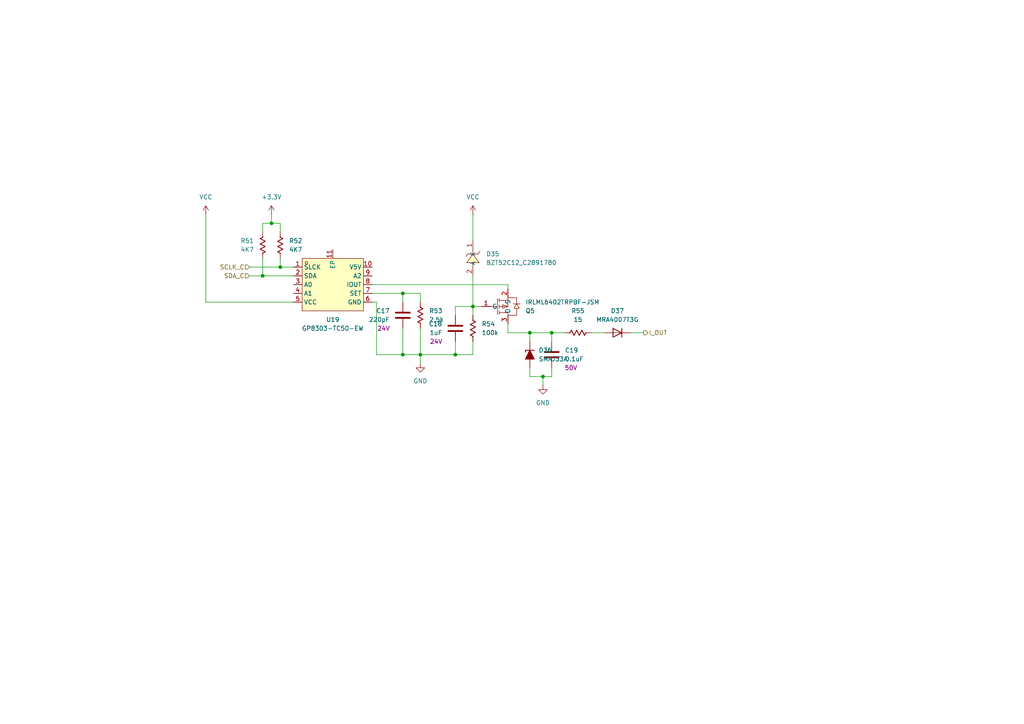
<source format=kicad_sch>
(kicad_sch (version 20250114) (generator "eeschema") (generator_version "9.0")
  (paper "A4")
  (lib_symbols
    (symbol "EasyEDA:+3.3V" (power) (pin_numbers (hide yes)) (pin_names (offset 0) (hide yes))
      (property "Value" "+3.3V" (at 0 3.556 0))
      (symbol "+3.3V_0_1"
        (polyline (pts (xy -0.762 1.27) (xy 0 2.54)))
        (polyline (pts (xy 0 2.54) (xy 0.762 1.27)))
        (polyline (pts (xy 0 0) (xy 0 2.54)))
      )
      (symbol "+3.3V_1_1"
        (pin power_in line (at 0 0 90) (length 0) (name "~") (number "1"))
      )
    )
    (symbol "EasyEDA:BZT52C12_C2891780"
      (property "Reference" "D" (at 0 5.08 0))
      (property "Value" "BZT52C12_C2891780" (at 0 -5.08 0))
      (symbol "BZT52C12_C2891780_0_1"
        (polyline (pts (xy -2.03 2.03) (xy -1.27 1.52) (xy -1.27 -1.52) (xy -0.51 -2.03)))
        (polyline (pts (xy -1.27 0) (xy -2.54 0)))
        (polyline (pts (xy 1.27 1.78) (xy -1.27 0) (xy 1.27 -1.78) (xy 1.27 1.78)) (fill (type background)))
        (polyline (pts (xy 2.54 0) (xy 1.27 0)))
        (pin unspecified line (at -5.08 0 0) (length 2.54) (name "K") (number "1"))
        (pin unspecified line (at 5.08 0 180) (length 2.54) (name "A") (number "2"))
      )
    )
    (symbol "EasyEDA:C_0603" (pin_numbers (hide yes)) (pin_names (offset 0.254))
      (property "Reference" "C" (at 0.635 2.54 0))
      (property "Value" "C_0603" (at 0.635 -2.54 0))
      (symbol "C_0603_0_1"
        (polyline (pts (xy -2.032 0.762) (xy 2.032 0.762)) (stroke (width 0.508)))
        (polyline (pts (xy -2.032 -0.762) (xy 2.032 -0.762)) (stroke (width 0.508)))
      )
      (symbol "C_0603_0_2"
        (polyline (pts (xy -2.54 -2.54) (xy -0.381 -0.381)))
        (polyline (pts (xy -0.508 -0.508) (xy -1.651 0.635)) (stroke (width 0.508)))
        (polyline (pts (xy -0.508 -0.508) (xy 0.635 -1.651)) (stroke (width 0.508)))
        (polyline (pts (xy 0.381 0.381) (xy 2.54 2.54)))
        (polyline (pts (xy 0.508 0.508) (xy -0.635 1.651)) (stroke (width 0.508)))
        (polyline (pts (xy 0.508 0.508) (xy 1.651 -0.635)) (stroke (width 0.508)))
      )
      (symbol "C_0603_1_1"
        (pin passive line (at 0 3.81 270) (length 2.794) (name "~") (number "1"))
        (pin passive line (at 0 -3.81 90) (length 2.794) (name "~") (number "2"))
      )
      (symbol "C_0603_1_2"
        (pin passive line (at -2.54 -2.54 90) (length 0) (name "~") (number "2"))
        (pin passive line (at 2.54 2.54 270) (length 0) (name "~") (number "1"))
      )
    )
    (symbol "EasyEDA:GND" (power) (pin_numbers (hide yes)) (pin_names (offset 0) (hide yes))
      (property "Value" "GND" (at 0 -3.81 0))
      (symbol "GND_0_1"
        (polyline (pts (xy 0 0) (xy 0 -1.27) (xy 1.27 -1.27) (xy 0 -2.54) (xy -1.27 -1.27) (xy 0 -1.27)))
      )
      (symbol "GND_1_1"
        (pin power_in line (at 0 0 270) (length 0) (name "~") (number "1"))
      )
    )
    (symbol "EasyEDA:GP8303-TC50-EW"
      (property "Reference" "U" (at 0 15.24 0))
      (property "Value" "GP8303-TC50-EW" (at 0 -10.16 0))
      (symbol "GP8303-TC50-EW_0_1"
        (rectangle (start -8.89 7.62) (end 8.89 -7.62) (fill (type background)))
        (circle (center -7.62 6.35) (radius 0.38))
        (pin unspecified line (at -11.43 5.08 0) (length 2.54) (name "SLCK") (number "1"))
        (pin unspecified line (at -11.43 2.54 0) (length 2.54) (name "SDA") (number "2"))
        (pin unspecified line (at -11.43 0 0) (length 2.54) (name "A0") (number "3"))
        (pin unspecified line (at -11.43 -2.54 0) (length 2.54) (name "A1") (number "4"))
        (pin unspecified line (at -11.43 -5.08 0) (length 2.54) (name "VCC") (number "5"))
        (pin unspecified line (at 0 10.16 270) (length 2.54) (name "EP") (number "11"))
        (pin unspecified line (at 11.43 5.08 180) (length 2.54) (name "V5V") (number "10"))
        (pin unspecified line (at 11.43 2.54 180) (length 2.54) (name "A2") (number "9"))
        (pin unspecified line (at 11.43 0 180) (length 2.54) (name "IOUT") (number "8"))
        (pin unspecified line (at 11.43 -2.54 180) (length 2.54) (name "SET") (number "7"))
        (pin unspecified line (at 11.43 -5.08 180) (length 2.54) (name "GND") (number "6"))
      )
    )
    (symbol "EasyEDA:IRLML6402TRPBF-JSM"
      (property "Reference" "Q" (at 0 10.16 0))
      (property "Value" "IRLML6402TRPBF-JSM" (at 0 -10.16 0))
      (symbol "IRLML6402TRPBF-JSM_0_1"
        (polyline (pts (xy -2.54 0) (xy -0.51 0)))
        (polyline (pts (xy -0.51 2.29) (xy -0.51 -2.29)))
        (polyline (pts (xy 0 2.29) (xy 0 1.27)))
        (polyline (pts (xy 0 1.78) (xy 2.54 1.78) (xy 2.54 2.54) (xy 5.08 2.54) (xy 5.08 0.51)))
        (polyline (pts (xy 0 0) (xy 2.54 0) (xy 2.54 -2.54) (xy 5.08 -2.54) (xy 5.08 -0.76)))
        (polyline (pts (xy 0 -0.51) (xy 0 0.51)))
        (polyline (pts (xy 0 -2.29) (xy 0 -1.27)))
        (polyline (pts (xy 2.54 0) (xy 1.02 -0.51) (xy 1.02 0.51) (xy 2.54 0)) (fill (type background)))
        (polyline (pts (xy 2.54 -1.78) (xy 0 -1.78)))
        (polyline (pts (xy 5.08 -0.76) (xy 4.32 0.51) (xy 5.84 0.51) (xy 5.08 -0.76)) (fill (type background)))
        (polyline (pts (xy 6.1 -0.76) (xy 5.59 -0.76) (xy 4.57 -0.76) (xy 4.06 -0.76)))
        (pin unspecified line (at -5.08 0 0) (length 2.54) (name "G") (number "1"))
        (pin unspecified line (at 2.54 5.08 270) (length 2.54) (name "D") (number "3"))
        (pin unspecified line (at 2.54 -5.08 90) (length 2.54) (name "S") (number "2"))
      )
    )
    (symbol "EasyEDA:MRA4007T3G" (pin_numbers (hide yes)) (pin_names (hide yes))
      (property "Reference" "D" (at 0 2.54 0))
      (property "Value" "MRA4007T3G" (at 0 -2.54 0))
      (symbol "MRA4007T3G_0_1"
        (polyline (pts (xy -1.27 1.27) (xy -1.27 -1.27)) (stroke (width 0.254)))
        (polyline (pts (xy 1.27 1.27) (xy 1.27 -1.27) (xy -1.27 0) (xy 1.27 1.27)) (stroke (width 0.254)))
        (polyline (pts (xy 1.27 0) (xy -1.27 0)))
      )
      (symbol "MRA4007T3G_1_1"
        (pin passive line (at -3.81 0 0) (length 2.54) (name "K") (number "1"))
        (pin passive line (at 3.81 0 180) (length 2.54) (name "A") (number "2"))
      )
    )
    (symbol "EasyEDA:R_0603" (pin_numbers (hide yes)) (pin_names (offset 0))
      (property "Reference" "R" (at 2.54 1.27 0))
      (property "Value" "R_0603" (at 2.54 -1.27 0))
      (symbol "R_0603_0_1"
        (polyline (pts (xy 0 2.286) (xy 0 2.54)) (stroke (width 0.254)))
        (polyline (pts (xy 0 2.286) (xy 0.762 1.905) (xy -0.762 1.143) (xy 0 0.762) (xy 0.762 0.381) (xy 0 0) (xy -0.762 -0.381) (xy 0 -0.762) (xy 0.762 -1.143) (xy 0 -1.524) (xy -0.762 -1.905) (xy 0 -2.286)) (stroke (width 0.254)))
        (polyline (pts (xy 0 -2.286) (xy 0 -2.54)) (stroke (width 0.254)))
      )
      (symbol "R_0603_0_2"
        (polyline (pts (xy -2.54 -2.54) (xy -1.778 -1.778)))
        (polyline (pts (xy -1.778 -1.778) (xy -1.524 -1.524)) (stroke (width 0.254)))
        (polyline (pts (xy -1.524 -1.524) (xy -1.778 -0.762) (xy -1.016 -1.016)) (stroke (width 0.254)))
        (polyline (pts (xy -0.508 -0.508) (xy -0.762 0.254) (xy 0 0)) (stroke (width 0.254)))
        (polyline (pts (xy -0.508 -0.508) (xy -0.254 -1.27) (xy -1.016 -1.016)) (stroke (width 0.254)))
        (polyline (pts (xy 0.508 0.508) (xy 0.254 1.27) (xy 1.016 1.016)) (stroke (width 0.254)))
        (polyline (pts (xy 0.508 0.508) (xy 0.762 -0.254) (xy 0 0)) (stroke (width 0.254)))
        (polyline (pts (xy 1.524 1.524) (xy 1.778 0.762) (xy 1.016 1.016)) (stroke (width 0.254)))
        (polyline (pts (xy 1.778 1.778) (xy 1.524 1.524)) (stroke (width 0.254)))
        (polyline (pts (xy 1.778 1.778) (xy 2.54 2.54)))
      )
      (symbol "R_0603_1_1"
        (pin passive line (at 0 3.81 270) (length 1.27) (name "~") (number "1"))
        (pin passive line (at 0 -3.81 90) (length 1.27) (name "~") (number "2"))
      )
      (symbol "R_0603_1_2"
        (pin passive line (at -2.54 -2.54 0) (length 0) (name "") (number "2"))
        (pin passive line (at 2.54 2.54 180) (length 0) (name "") (number "1"))
      )
    )
    (symbol "EasyEDA:R_0805" (pin_numbers (hide yes)) (pin_names (offset 0))
      (property "Reference" "R" (at 2.54 1.27 0))
      (property "Value" "R_0805" (at 2.54 -1.27 0))
      (symbol "R_0805_0_1"
        (polyline (pts (xy 0 2.286) (xy 0 2.54)) (stroke (width 0.254)))
        (polyline (pts (xy 0 2.286) (xy 0.762 1.905) (xy -0.762 1.143) (xy 0 0.762) (xy 0.762 0.381) (xy 0 0) (xy -0.762 -0.381) (xy 0 -0.762) (xy 0.762 -1.143) (xy 0 -1.524) (xy -0.762 -1.905) (xy 0 -2.286)) (stroke (width 0.254)))
        (polyline (pts (xy 0 -2.286) (xy 0 -2.54)) (stroke (width 0.254)))
      )
      (symbol "R_0805_0_2"
        (polyline (pts (xy -2.54 -2.54) (xy -1.778 -1.778)))
        (polyline (pts (xy -1.778 -1.778) (xy -1.524 -1.524)) (stroke (width 0.254)))
        (polyline (pts (xy -1.524 -1.524) (xy -1.778 -0.762) (xy -1.016 -1.016)) (stroke (width 0.254)))
        (polyline (pts (xy -0.508 -0.508) (xy -0.762 0.254) (xy 0 0)) (stroke (width 0.254)))
        (polyline (pts (xy -0.508 -0.508) (xy -0.254 -1.27) (xy -1.016 -1.016)) (stroke (width 0.254)))
        (polyline (pts (xy 0.508 0.508) (xy 0.254 1.27) (xy 1.016 1.016)) (stroke (width 0.254)))
        (polyline (pts (xy 0.508 0.508) (xy 0.762 -0.254) (xy 0 0)) (stroke (width 0.254)))
        (polyline (pts (xy 1.524 1.524) (xy 1.778 0.762) (xy 1.016 1.016)) (stroke (width 0.254)))
        (polyline (pts (xy 1.778 1.778) (xy 1.524 1.524)) (stroke (width 0.254)))
        (polyline (pts (xy 1.778 1.778) (xy 2.54 2.54)))
      )
      (symbol "R_0805_1_1"
        (pin passive line (at 0 3.81 270) (length 1.27) (name "~") (number "1"))
        (pin passive line (at 0 -3.81 90) (length 1.27) (name "~") (number "2"))
      )
      (symbol "R_0805_1_2"
        (pin passive line (at -2.54 -2.54 0) (length 0) (name "") (number "2"))
        (pin passive line (at 2.54 2.54 180) (length 0) (name "") (number "1"))
      )
    )
    (symbol "EasyEDA:SMAJ33A" (pin_numbers (hide yes)) (pin_names (offset 1.016) (hide yes))
      (property "Reference" "D" (at 0 5.08 0))
      (property "Value" "SMAJ33A" (at 0 2.54 0))
      (symbol "SMAJ33A_0_1"
        (polyline (pts (xy -1.27 1.27) (xy -1.27 -1.27) (xy 1.27 0) (xy -1.27 1.27)) (stroke (width 0.254)) (fill (type outline)))
        (polyline (pts (xy -1.27 0) (xy 1.27 0)))
        (polyline (pts (xy 1.27 1.27) (xy 0.762 1.27)) (stroke (width 0.254)))
        (polyline (pts (xy 1.27 -1.27) (xy 1.27 1.27)) (stroke (width 0.254)))
      )
      (symbol "SMAJ33A_0_2"
        (polyline (pts (xy -2.54 -2.54) (xy 2.54 2.54)))
        (polyline (pts (xy -0.889 -0.889) (xy -1.778 0) (xy 0.889 0.889) (xy 0 -1.778) (xy -0.889 -0.889)) (stroke (width 0.254)) (fill (type outline)))
        (polyline (pts (xy 0 1.778) (xy -0.381 1.397)) (stroke (width 0.254)))
        (polyline (pts (xy 0 1.778) (xy 1.778 0)) (stroke (width 0.254)))
      )
      (symbol "SMAJ33A_1_1"
        (pin passive line (at -3.81 0 0) (length 2.54) (name "A") (number "2"))
        (pin passive line (at 3.81 0 180) (length 2.54) (name "K") (number "1"))
      )
      (symbol "SMAJ33A_1_2"
        (pin passive line (at -2.54 -2.54 0) (length 0) (name "A") (number "2"))
        (pin passive line (at 2.54 2.54 180) (length 0) (name "K") (number "1"))
      )
    )
    (symbol "EasyEDA:VCC" (power) (pin_numbers (hide yes)) (pin_names (offset 0) (hide yes))
      (property "Value" "VCC" (at 0 3.556 0))
      (symbol "VCC_0_1"
        (polyline (pts (xy -0.762 1.27) (xy 0 2.54)))
        (polyline (pts (xy 0 2.54) (xy 0.762 1.27)))
        (polyline (pts (xy 0 0) (xy 0 2.54)))
      )
      (symbol "VCC_1_1"
        (pin power_in line (at 0 0 90) (length 0) (name "~") (number "1"))
      )
    )
  )
  (junction (at 121.92 102.87))
  (junction (at 157.48 109.22))
  (junction (at 132.08 102.87))
  (junction (at 137.16 88.9))
  (junction (at 116.84 102.87))
  (junction (at 81.28 77.47))
  (junction (at 76.2 80.01))
  (junction (at 78.74 64.77))
  (junction (at 116.84 85.09))
  (junction (at 153.67 96.52))
  (junction (at 160.02 96.52))
  (wire (pts (xy 153.67 109.22) (xy 157.48 109.22)))
  (wire (pts (xy 109.22 102.87) (xy 116.84 102.87)))
  (wire (pts (xy 76.2 64.77) (xy 76.2 67.31)))
  (wire (pts (xy 81.28 74.93) (xy 81.28 77.47)))
  (wire (pts (xy 121.92 105.41) (xy 121.92 102.87)))
  (wire (pts (xy 153.67 96.52) (xy 153.67 99.06)))
  (wire (pts (xy 76.2 74.93) (xy 76.2 80.01)))
  (wire (pts (xy 157.48 109.22) (xy 160.02 109.22)))
  (wire (pts (xy 160.02 96.52) (xy 163.83 96.52)))
  (wire (pts (xy 132.08 88.9) (xy 137.16 88.9)))
  (wire (pts (xy 59.69 62.23) (xy 59.69 87.63)))
  (wire (pts (xy 72.39 77.47) (xy 81.28 77.47)))
  (wire (pts (xy 121.92 102.87) (xy 132.08 102.87)))
  (wire (pts (xy 107.95 82.55) (xy 147.32 82.55)))
  (wire (pts (xy 132.08 99.06) (xy 132.08 102.87)))
  (wire (pts (xy 59.69 87.63) (xy 85.09 87.63)))
  (wire (pts (xy 153.67 106.68) (xy 153.67 109.22)))
  (wire (pts (xy 137.16 88.9) (xy 137.16 91.44)))
  (wire (pts (xy 81.28 64.77) (xy 81.28 67.31)))
  (wire (pts (xy 121.92 87.63) (xy 121.92 85.09)))
  (wire (pts (xy 78.74 64.77) (xy 81.28 64.77)))
  (wire (pts (xy 81.28 77.47) (xy 85.09 77.47)))
  (wire (pts (xy 157.48 111.76) (xy 157.48 109.22)))
  (wire (pts (xy 116.84 102.87) (xy 121.92 102.87)))
  (wire (pts (xy 137.16 62.23) (xy 137.16 69.85)))
  (wire (pts (xy 72.39 80.01) (xy 76.2 80.01)))
  (wire (pts (xy 147.32 93.98) (xy 147.32 96.52)))
  (wire (pts (xy 147.32 83.82) (xy 147.32 82.55)))
  (wire (pts (xy 182.88 96.52) (xy 186.69 96.52)))
  (wire (pts (xy 121.92 95.25) (xy 121.92 102.87)))
  (wire (pts (xy 153.67 96.52) (xy 160.02 96.52)))
  (wire (pts (xy 109.22 87.63) (xy 109.22 102.87)))
  (wire (pts (xy 76.2 80.01) (xy 85.09 80.01)))
  (wire (pts (xy 132.08 102.87) (xy 137.16 102.87)))
  (wire (pts (xy 160.02 99.06) (xy 160.02 96.52)))
  (wire (pts (xy 116.84 95.25) (xy 116.84 102.87)))
  (wire (pts (xy 116.84 85.09) (xy 107.95 85.09)))
  (wire (pts (xy 116.84 87.63) (xy 116.84 85.09)))
  (wire (pts (xy 137.16 88.9) (xy 137.16 80.01)))
  (wire (pts (xy 139.7 88.9) (xy 137.16 88.9)))
  (wire (pts (xy 78.74 62.23) (xy 78.74 64.77)))
  (wire (pts (xy 137.16 102.87) (xy 137.16 99.06)))
  (wire (pts (xy 147.32 96.52) (xy 153.67 96.52)))
  (wire (pts (xy 109.22 87.63) (xy 107.95 87.63)))
  (wire (pts (xy 171.45 96.52) (xy 175.26 96.52)))
  (wire (pts (xy 132.08 91.44) (xy 132.08 88.9)))
  (wire (pts (xy 76.2 64.77) (xy 78.74 64.77)))
  (wire (pts (xy 160.02 109.22) (xy 160.02 106.68)))
  (wire (pts (xy 121.92 85.09) (xy 116.84 85.09)))
  (hierarchical_label "I_OUT" (shape output) (at 186.69 96.52 0))
  (hierarchical_label "SCLK_C" (shape input) (at 72.39 77.47 180))
  (hierarchical_label "SDA_C" (shape input) (at 72.39 80.01 180))
  (symbol (lib_id "EasyEDA:C_0603") (at 116.84 91.44 0) (mirror y) (unit 1)
    (property "Reference" "C17" (at 113.03 90.1699 0) (effects (justify left)))
    (property "Value" "220pF" (at 113.03 92.7099 0) (effects (justify left)))
    (property "Footprint" "PCM_Capacitor_SMD_AKL:C_0603_1608Metric" (effects (hide yes)))
    (property "Description" "SMD 0603 MLCC capacitor, Alternate KiCad Library" (effects (hide yes)))
    (property "Vol" "24V" (at 111.252 95.25 0))
  )
  (symbol (lib_id "EasyEDA:VCC") (at 137.16 62.23 0) (unit 1)
    (property "Reference" "#PWR081" (effects (hide yes)))
    (property "Value" "VCC" (at 137.16 57.15 0))
    (property "Description" "Power symbol creates a global label with name \"VCC\"" (effects (hide yes)))
  )
  (symbol (lib_id "EasyEDA:C_0603") (at 132.08 95.25 0) (mirror y) (unit 1)
    (property "Reference" "C18" (at 128.27 93.9799 0) (effects (justify left)))
    (property "Value" "1uF" (at 128.27 96.5199 0) (effects (justify left)))
    (property "Footprint" "PCM_Capacitor_SMD_AKL:C_0603_1608Metric" (effects (hide yes)))
    (property "Description" "SMD 0603 MLCC capacitor, Alternate KiCad Library" (effects (hide yes)))
    (property "Vol" "24V" (at 126.492 99.06 0))
  )
  (symbol (lib_id "EasyEDA:+3.3V") (at 78.74 62.23 0) (unit 1)
    (property "Reference" "#PWR079" (effects (hide yes)))
    (property "Value" "+3.3V" (at 78.74 57.15 0))
    (property "Description" "Power symbol creates a global label with name \"+3.3V\"" (effects (hide yes)))
  )
  (symbol (lib_id "EasyEDA:SMAJ33A") (at 153.67 102.87 90) (unit 1)
    (property "Reference" "D36" (at 156.21 101.5999 90) (effects (justify right)))
    (property "Value" "SMAJ33A" (at 156.21 104.1399 90) (effects (justify right)))
    (property "Footprint" "PCM_Diode_SMD_AKL:D_SMA" (effects (hide yes)))
    (property "Datasheet" "https://www.tme.eu/Document/dbc72d81c249fe51b6ab42300e8e06d0/SMAJ_ser.pdf" (effects (hide yes)))
    (property "Description" "SMA Unidirectional TVS diode, 33V, 400W, Alternate KiCAD Library" (effects (hide yes)))
  )
  (symbol (lib_id "EasyEDA:IRLML6402TRPBF-JSM") (at 144.78 88.9 0) (mirror x) (unit 1)
    (property "Reference" "Q5" (at 152.4 90.1701 0) (effects (justify left)))
    (property "Value" "IRLML6402TRPBF-JSM" (at 152.4 87.6301 0) (effects (justify left)))
    (property "Footprint" "EasyEDA:SOT-23-3_L2.9-W1.3-P1.90-LS2.4-BR" (effects (hide yes)))
    (property "LCSC Part" "C18190991" (effects (hide yes)))
  )
  (symbol (lib_id "EasyEDA:GND") (at 121.92 105.41 0) (unit 1)
    (property "Reference" "#PWR080" (effects (hide yes)))
    (property "Value" "GND" (at 121.92 110.49 0))
    (property "Description" "Power symbol creates a global label with name \"GND\" , ground" (effects (hide yes)))
  )
  (symbol (lib_id "EasyEDA:GP8303-TC50-EW") (at 96.52 82.55 0) (unit 1)
    (property "Reference" "U19" (at 96.52 92.71 0))
    (property "Value" "GP8303-TC50-EW" (at 96.52 95.25 0))
    (property "Footprint" "EasyEDA:ESOP-10_L4.9-W3.9-P1.00-LS6.1-BL-EP" (effects (hide yes)))
    (property "LCSC Part" "C3445809" (effects (hide yes)))
  )
  (symbol (lib_id "EasyEDA:MRA4007T3G") (at 179.07 96.52 0) (mirror y) (unit 1)
    (property "Reference" "D37" (at 179.07 90.17 0))
    (property "Value" "MRA4007T3G" (at 179.07 92.71 0))
    (property "Footprint" "Diode_SMD:D_SMA" (effects (hide yes)))
    (property "Datasheet" "http://www.onsemi.com/pub_link/Collateral/MRA4003T3-D.PDF" (effects (hide yes)))
    (property "Description" "1000V, 1A, General Purpose Rectifier Diode, SMA(DO-214AC)" (effects (hide yes)))
    (property "Sim.Device" "D" (effects (hide yes)))
    (property "Sim.Pins" "1=K 2=A" (effects (hide yes)))
  )
  (symbol (lib_id "EasyEDA:VCC") (at 59.69 62.23 0) (unit 1)
    (property "Reference" "#PWR078" (effects (hide yes)))
    (property "Value" "VCC" (at 59.69 57.15 0))
    (property "Description" "Power symbol creates a global label with name \"VCC\"" (effects (hide yes)))
  )
  (symbol (lib_id "EasyEDA:R_0603") (at 81.28 71.12 0) (unit 1)
    (property "Reference" "R52" (at 83.82 69.8499 0) (effects (justify left)))
    (property "Value" "4K7" (at 83.82 72.3899 0) (effects (justify left)))
    (property "Footprint" "PCM_Resistor_SMD_AKL:R_0603_1608Metric" (effects (hide yes)))
    (property "Description" "SMD 0603 Chip Resistor, US Symbol, Alternate KiCad Library" (effects (hide yes)))
  )
  (symbol (lib_id "EasyEDA:R_0603") (at 76.2 71.12 0) (mirror y) (unit 1)
    (property "Reference" "R51" (at 73.66 69.8499 0) (effects (justify left)))
    (property "Value" "4K7" (at 73.66 72.3899 0) (effects (justify left)))
    (property "Footprint" "PCM_Resistor_SMD_AKL:R_0603_1608Metric" (effects (hide yes)))
    (property "Description" "SMD 0603 Chip Resistor, US Symbol, Alternate KiCad Library" (effects (hide yes)))
  )
  (symbol (lib_id "EasyEDA:R_0603") (at 137.16 95.25 0) (unit 1)
    (property "Reference" "R54" (at 139.7 93.9799 0) (effects (justify left)))
    (property "Value" "100k" (at 139.7 96.5199 0) (effects (justify left)))
    (property "Footprint" "PCM_Resistor_SMD_AKL:R_0603_1608Metric" (effects (hide yes)))
    (property "Description" "SMD 0603 Chip Resistor, US Symbol, Alternate KiCad Library" (effects (hide yes)))
  )
  (symbol (lib_id "EasyEDA:C_0603") (at 160.02 102.87 0) (unit 1)
    (property "Reference" "C19" (at 163.83 101.5999 0) (effects (justify left)))
    (property "Value" "0.1uF" (at 163.83 104.1399 0) (effects (justify left)))
    (property "Footprint" "PCM_Capacitor_SMD_AKL:C_0603_1608Metric" (effects (hide yes)))
    (property "Description" "SMD 0603 MLCC capacitor, Alternate KiCad Library" (effects (hide yes)))
    (property "Vol" "50V" (at 165.608 106.68 0))
  )
  (symbol (lib_id "EasyEDA:R_0603") (at 121.92 91.44 0) (unit 1)
    (property "Reference" "R53" (at 124.46 90.1699 0) (effects (justify left)))
    (property "Value" "2.5k" (at 124.46 92.7099 0) (effects (justify left)))
    (property "Footprint" "PCM_Resistor_SMD_AKL:R_0603_1608Metric" (effects (hide yes)))
    (property "Description" "SMD 0603 Chip Resistor, US Symbol, Alternate KiCad Library" (effects (hide yes)))
  )
  (symbol (lib_id "EasyEDA:BZT52C12_C2891780") (at 137.16 74.93 270) (unit 1)
    (property "Reference" "D35" (at 140.97 73.6599 90) (effects (justify left)))
    (property "Value" "BZT52C12_C2891780" (at 140.97 76.1999 90) (effects (justify left)))
    (property "Footprint" "EasyEDA:SOD-123_L2.7-W1.6-LS3.7-RD-1" (effects (hide yes)))
    (property "LCSC Part" "C2891780" (effects (hide yes)))
  )
  (symbol (lib_id "EasyEDA:R_0805") (at 167.64 96.52 90) (unit 1)
    (property "Reference" "R55" (at 167.64 90.17 90))
    (property "Value" "15" (at 167.64 92.71 90))
    (property "Footprint" "PCM_Resistor_SMD_AKL:R_0805_2012Metric" (effects (hide yes)))
    (property "Description" "SMD 0805 Chip Resistor, US Symbol, Alternate KiCad Library" (effects (hide yes)))
  )
  (symbol (lib_id "EasyEDA:GND") (at 157.48 111.76 0) (unit 1)
    (property "Reference" "#PWR082" (effects (hide yes)))
    (property "Value" "GND" (at 157.48 116.84 0))
    (property "Description" "Power symbol creates a global label with name \"GND\" , ground" (effects (hide yes)))
  )
)
</source>
